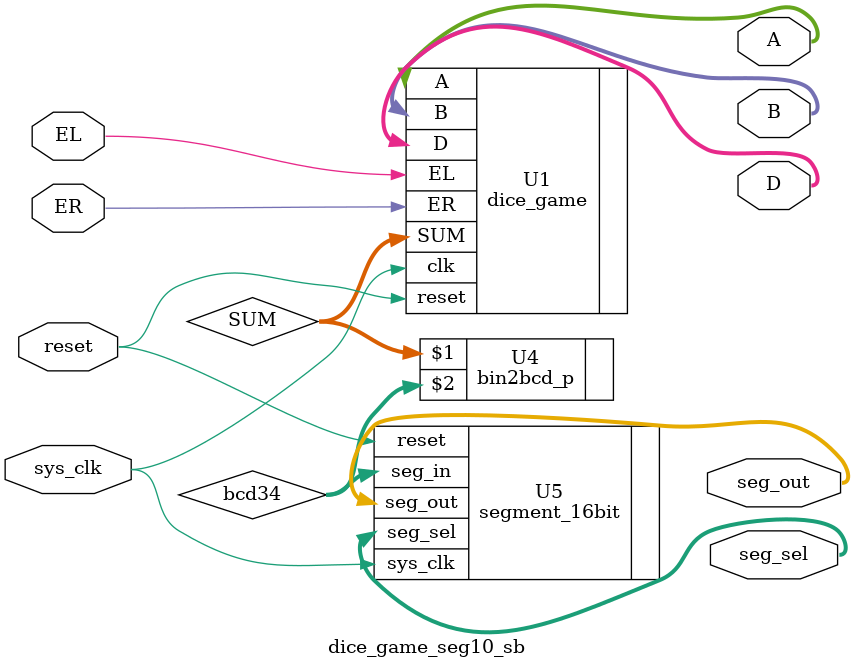
<source format=sv>
module dice_game_seg10_sb(
 input logic sys_clk, reset,
 input logic ER, EL,
 output logic [2:0] A, B,
 output logic [7:0] seg_out,
 output logic [3:0] seg_sel,
 output logic [2:0] D);
//
//logic [11:0] bin;
logic [7:0] bcd34;
logic [3:0] SUM;
//
dice_game U1 (.clk(sys_clk), .reset(reset), .ER(ER), .EL(EL), .A(A), .B(B), .SUM(SUM), .D(D));
//bin2bcd_p #(4) U2(A, bcd1); 
//bin2bcd_p #(4) U3(B, bcd2);
bin2bcd_p #(8) U4(SUM, bcd34);
//assign bcd={bcd34, bcd2, bcd1};  
segment_16bit U5 (.sys_clk(sys_clk), .reset(reset), .seg_in(bcd34), .seg_sel(seg_sel), .seg_out(seg_out));

//
endmodule


</source>
